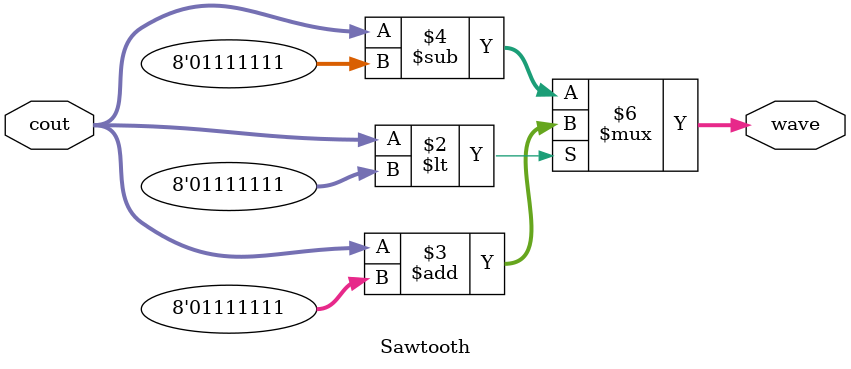
<source format=v>
`timescale 1ns/1ns
module Sawtooth(input [7:0]cout,output reg[7:0]wave);
  always@(cout)begin
    if(cout<8'd127)
      wave=cout+8'd127; 
    else
      wave=cout-8'd127; 
      end
      
endmodule
 


</source>
